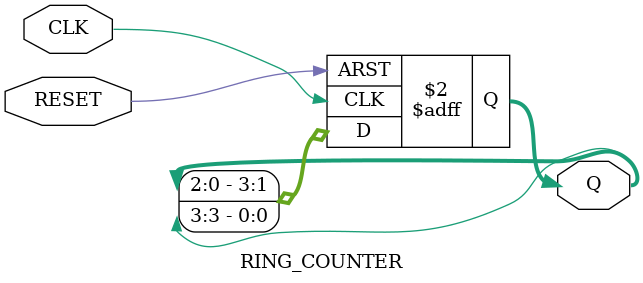
<source format=v>
`timescale 1ns / 1ps
module RING_COUNTER(
    input CLK,
    input RESET,
    output reg [3:0] Q
    );
    always @(posedge CLK or posedge RESET)
    begin
    if(RESET)
    Q<=4'b0001;
    else
    Q<={Q[2:0],Q[3]};
    end
endmodule
</source>
